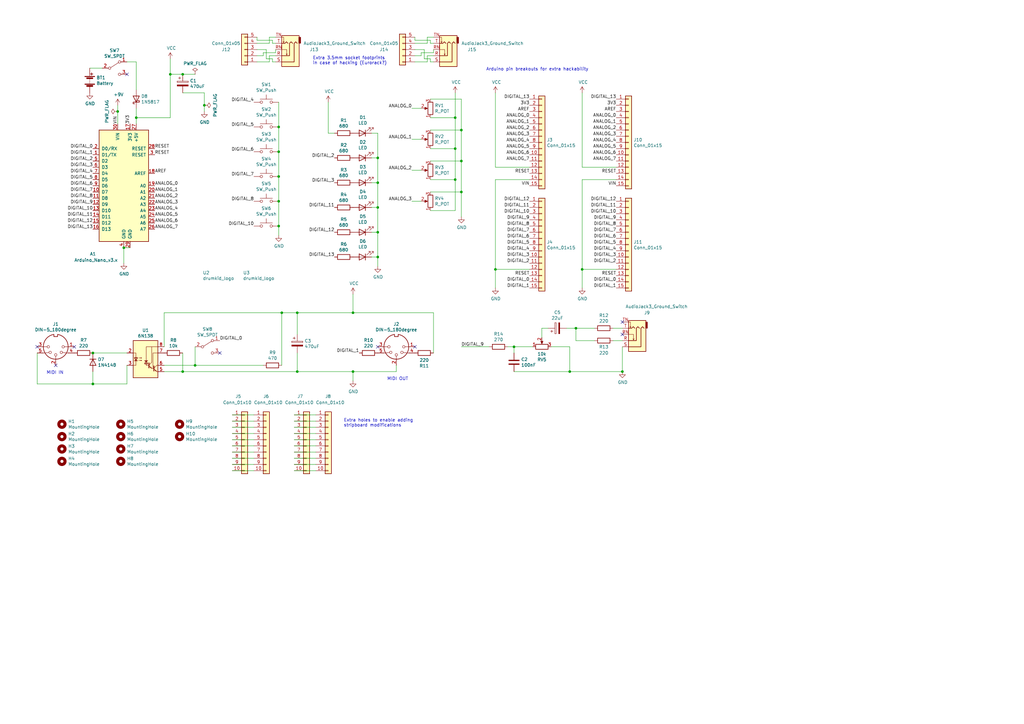
<source format=kicad_sch>
(kicad_sch (version 20211123) (generator eeschema)
  (paper "A3")
  (title_block (title "DrumKid") (rev "v14") (company "by Matt Bradshaw"))
  (lib_symbols
    (symbol "Connector:DIN-5_180degree" (pin_names (offset 1.016))
      (property "Reference" "J" (at 3.175 5.715 0))
      (property "Value" "DIN-5_180degree" (at 0 -6.35 0))
      (symbol "DIN-5_180degree_1_1"
        (pin passive line (at -7.62 0 0) (length 2.54) (name "~") (number "1"))
        (pin passive line (at 0 7.62 270) (length 2.54) (name "~") (number "2"))
        (pin passive line (at 7.62 0 180) (length 2.54) (name "~") (number "3"))
        (pin passive line (at -7.62 2.54 0) (length 2.54) (name "~") (number "4"))
        (pin passive line (at 7.62 2.54 180) (length 2.54) (name "~") (number "5"))
      )
    )
    (symbol "Connector_Generic:Conn_01x05" (pin_names (offset 1.016) hide)
      (property "Reference" "J" (at 0 7.62 0))
      (property "Value" "Conn_01x05" (at 0 -7.62 0))
      (symbol "Conn_01x05_1_1"
        (pin passive line (at -5.08 5.08 0) (length 3.81) (name "Pin_1") (number "1"))
        (pin passive line (at -5.08 2.54 0) (length 3.81) (name "Pin_2") (number "2"))
        (pin passive line (at -5.08 0 0) (length 3.81) (name "Pin_3") (number "3"))
        (pin passive line (at -5.08 -2.54 0) (length 3.81) (name "Pin_4") (number "4"))
        (pin passive line (at -5.08 -5.08 0) (length 3.81) (name "Pin_5") (number "5"))
      )
    )
    (symbol "Connector_Generic:Conn_01x10" (pin_names (offset 1.016) hide)
      (property "Reference" "J" (at 0 12.7 0))
      (property "Value" "Conn_01x10" (at 0 -15.24 0))
      (symbol "Conn_01x10_1_1"
        (pin passive line (at -5.08 10.16 0) (length 3.81) (name "Pin_1") (number "1"))
        (pin passive line (at -5.08 -12.7 0) (length 3.81) (name "Pin_10") (number "10"))
        (pin passive line (at -5.08 7.62 0) (length 3.81) (name "Pin_2") (number "2"))
        (pin passive line (at -5.08 5.08 0) (length 3.81) (name "Pin_3") (number "3"))
        (pin passive line (at -5.08 2.54 0) (length 3.81) (name "Pin_4") (number "4"))
        (pin passive line (at -5.08 0 0) (length 3.81) (name "Pin_5") (number "5"))
        (pin passive line (at -5.08 -2.54 0) (length 3.81) (name "Pin_6") (number "6"))
        (pin passive line (at -5.08 -5.08 0) (length 3.81) (name "Pin_7") (number "7"))
        (pin passive line (at -5.08 -7.62 0) (length 3.81) (name "Pin_8") (number "8"))
        (pin passive line (at -5.08 -10.16 0) (length 3.81) (name "Pin_9") (number "9"))
      )
    )
    (symbol "Connector_Generic:Conn_01x15" (pin_names (offset 1.016) hide)
      (property "Reference" "J" (at 0 20.32 0))
      (property "Value" "Conn_01x15" (at 0 -20.32 0))
      (symbol "Conn_01x15_1_1"
        (pin passive line (at -5.08 17.78 0) (length 3.81) (name "Pin_1") (number "1"))
        (pin passive line (at -5.08 -5.08 0) (length 3.81) (name "Pin_10") (number "10"))
        (pin passive line (at -5.08 -7.62 0) (length 3.81) (name "Pin_11") (number "11"))
        (pin passive line (at -5.08 -10.16 0) (length 3.81) (name "Pin_12") (number "12"))
        (pin passive line (at -5.08 -12.7 0) (length 3.81) (name "Pin_13") (number "13"))
        (pin passive line (at -5.08 -15.24 0) (length 3.81) (name "Pin_14") (number "14"))
        (pin passive line (at -5.08 -17.78 0) (length 3.81) (name "Pin_15") (number "15"))
        (pin passive line (at -5.08 15.24 0) (length 3.81) (name "Pin_2") (number "2"))
        (pin passive line (at -5.08 12.7 0) (length 3.81) (name "Pin_3") (number "3"))
        (pin passive line (at -5.08 10.16 0) (length 3.81) (name "Pin_4") (number "4"))
        (pin passive line (at -5.08 7.62 0) (length 3.81) (name "Pin_5") (number "5"))
        (pin passive line (at -5.08 5.08 0) (length 3.81) (name "Pin_6") (number "6"))
        (pin passive line (at -5.08 2.54 0) (length 3.81) (name "Pin_7") (number "7"))
        (pin passive line (at -5.08 0 0) (length 3.81) (name "Pin_8") (number "8"))
        (pin passive line (at -5.08 -2.54 0) (length 3.81) (name "Pin_9") (number "9"))
      )
    )
    (symbol "Device:Battery" (pin_numbers hide) (pin_names (offset 0) hide)
      (property "Reference" "BT" (at 2.54 2.54 0))
      (property "Value" "Battery" (at 2.54 0 0))
      (symbol "Battery_1_1"
        (pin passive line (at 0 5.08 270) (length 2.54) (name "+") (number "1"))
        (pin passive line (at 0 -5.08 90) (length 2.54) (name "-") (number "2"))
      )
    )
    (symbol "Device:C" (pin_numbers hide) (pin_names (offset 0.254))
      (property "Reference" "C" (at 0.635 2.54 0))
      (property "Value" "C" (at 0.635 -2.54 0))
      (symbol "C_1_1"
        (pin passive line (at 0 3.81 270) (length 2.794) (name "~") (number "1"))
        (pin passive line (at 0 -3.81 90) (length 2.794) (name "~") (number "2"))
      )
    )
    (symbol "Device:CP" (pin_numbers hide) (pin_names (offset 0.254))
      (property "Reference" "C" (at 0.635 2.54 0))
      (property "Value" "Device_CP" (at 0.635 -2.54 0))
      (symbol "CP_1_1"
        (pin passive line (at 0 3.81 270) (length 2.794) (name "~") (number "1"))
        (pin passive line (at 0 -3.81 90) (length 2.794) (name "~") (number "2"))
      )
    )
    (symbol "Device:LED" (pin_numbers hide) (pin_names (offset 1.016) hide)
      (property "Reference" "D" (at 0 2.54 0))
      (property "Value" "LED" (at 0 -2.54 0))
      (symbol "LED_1_1"
        (pin passive line (at -3.81 0 0) (length 2.54) (name "K") (number "1"))
        (pin passive line (at 3.81 0 180) (length 2.54) (name "A") (number "2"))
      )
    )
    (symbol "Device:R" (pin_numbers hide) (pin_names (offset 0))
      (property "Reference" "R" (at 2.032 0 90))
      (property "Value" "R" (at 0 0 90))
      (symbol "R_1_1"
        (pin passive line (at 0 3.81 270) (length 1.27) (name "~") (number "1"))
        (pin passive line (at 0 -3.81 90) (length 1.27) (name "~") (number "2"))
      )
    )
    (symbol "Device:R_POT" (pin_names (offset 1.016) hide)
      (property "Reference" "RV" (at -4.445 0 90))
      (property "Value" "Device_R_POT" (at -2.54 0 90))
      (symbol "R_POT_1_1"
        (pin passive line (at 0 3.81 270) (length 1.27) (name "1") (number "1"))
        (pin passive line (at 3.81 0 180) (length 1.27) (name "2") (number "2"))
        (pin passive line (at 0 -3.81 90) (length 1.27) (name "3") (number "3"))
      )
    )
    (symbol "Diode:1N4148" (pin_numbers hide) (pin_names (offset 1.016) hide)
      (property "Reference" "D" (at 0 2.54 0))
      (property "Value" "1N4148" (at 0 -2.54 0))
      (symbol "1N4148_1_1"
        (pin passive line (at -3.81 0 0) (length 2.54) (name "K") (number "1"))
        (pin passive line (at 3.81 0 180) (length 2.54) (name "A") (number "2"))
      )
    )
    (symbol "Diode:1N5817" (pin_numbers hide) (pin_names (offset 1.016) hide)
      (property "Reference" "D" (at 0 2.54 0))
      (property "Value" "1N5817" (at 0 -2.54 0))
      (symbol "1N5817_1_1"
        (pin passive line (at -3.81 0 0) (length 2.54) (name "K") (number "1"))
        (pin passive line (at 3.81 0 180) (length 2.54) (name "A") (number "2"))
      )
    )
    (symbol "Isolator:6N138" (pin_names (offset 1.016) hide)
      (property "Reference" "U" (at -4.064 8.89 0))
      (property "Value" "6N138" (at 2.286 8.89 0))
      (symbol "6N138_1_1"
        (pin no_connect line (at -5.08 5.08 0) (length 2.54) hide (name "NC") (number "1"))
        (pin passive line (at -7.62 2.54 0) (length 2.54) (name "C1") (number "2"))
        (pin passive line (at -7.62 -2.54 0) (length 2.54) (name "C2") (number "3"))
        (pin no_connect line (at -5.08 -5.08 0) (length 2.54) hide (name "NC") (number "4"))
        (pin passive line (at 7.62 -5.08 180) (length 2.54) (name "GND") (number "5"))
        (pin passive line (at 7.62 -2.54 180) (length 2.54) (name "VO2") (number "6"))
        (pin passive line (at 7.62 2.54 180) (length 2.54) (name "VO1") (number "7"))
        (pin passive line (at 7.62 5.08 180) (length 2.54) (name "VCC") (number "8"))
      )
    )
    (symbol "MCU_RaspberryPi_and_Boards:Pico"
      (property "Reference" "U" (at -13.97 27.94 0))
      (property "Value" "Pico" (at 0 19.05 0))
      (symbol "Pico_0_0"
        (text "Raspberry Pi Pico" (at 0 21.59 0) (effects (font (size 1.27 1.27))))
      )
      (symbol "Pico_1_1"
        (pin bidirectional line (at -17.78 24.13 0) (length 2.54) (name "GPIO0") (number "1"))
        (pin bidirectional line (at -17.78 1.27 0) (length 2.54) (name "GPIO7") (number "10"))
        (pin bidirectional line (at -17.78 -1.27 0) (length 2.54) (name "GPIO8") (number "11"))
        (pin bidirectional line (at -17.78 -3.81 0) (length 2.54) (name "GPIO9") (number "12"))
        (pin power_in line (at -17.78 -6.35 0) (length 2.54) (name "GND") (number "13"))
        (pin bidirectional line (at -17.78 -8.89 0) (length 2.54) (name "GPIO10") (number "14"))
        (pin bidirectional line (at -17.78 -11.43 0) (length 2.54) (name "GPIO11") (number "15"))
        (pin bidirectional line (at -17.78 -13.97 0) (length 2.54) (name "GPIO12") (number "16"))
        (pin bidirectional line (at -17.78 -16.51 0) (length 2.54) (name "GPIO13") (number "17"))
        (pin power_in line (at -17.78 -19.05 0) (length 2.54) (name "GND") (number "18"))
        (pin bidirectional line (at -17.78 -21.59 0) (length 2.54) (name "GPIO14") (number "19"))
        (pin bidirectional line (at -17.78 21.59 0) (length 2.54) (name "GPIO1") (number "2"))
        (pin bidirectional line (at -17.78 -24.13 0) (length 2.54) (name "GPIO15") (number "20"))
        (pin bidirectional line (at 17.78 -24.13 180) (length 2.54) (name "GPIO16") (number "21"))
        (pin bidirectional line (at 17.78 -21.59 180) (length 2.54) (name "GPIO17") (number "22"))
        (pin power_in line (at 17.78 -19.05 180) (length 2.54) (name "GND") (number "23"))
        (pin bidirectional line (at 17.78 -16.51 180) (length 2.54) (name "GPIO18") (number "24"))
        (pin bidirectional line (at 17.78 -13.97 180) (length 2.54) (name "GPIO19") (number "25"))
        (pin bidirectional line (at 17.78 -11.43 180) (length 2.54) (name "GPIO20") (number "26"))
        (pin bidirectional line (at 17.78 -8.89 180) (length 2.54) (name "GPIO21") (number "27"))
        (pin power_in line (at 17.78 -6.35 180) (length 2.54) (name "GND") (number "28"))
        (pin bidirectional line (at 17.78 -3.81 180) (length 2.54) (name "GPIO22") (number "29"))
        (pin power_in line (at -17.78 19.05 0) (length 2.54) (name "GND") (number "3"))
        (pin input line (at 17.78 -1.27 180) (length 2.54) (name "RUN") (number "30"))
        (pin bidirectional line (at 17.78 1.27 180) (length 2.54) (name "GPIO26_ADC0") (number "31"))
        (pin bidirectional line (at 17.78 3.81 180) (length 2.54) (name "GPIO27_ADC1") (number "32"))
        (pin power_in line (at 17.78 6.35 180) (length 2.54) (name "AGND") (number "33"))
        (pin bidirectional line (at 17.78 8.89 180) (length 2.54) (name "GPIO28_ADC2") (number "34"))
        (pin power_in line (at 17.78 11.43 180) (length 2.54) (name "ADC_VREF") (number "35"))
        (pin power_in line (at 17.78 13.97 180) (length 2.54) (name "3V3") (number "36"))
        (pin input line (at 17.78 16.51 180) (length 2.54) (name "3V3_EN") (number "37"))
        (pin bidirectional line (at 17.78 19.05 180) (length 2.54) (name "GND") (number "38"))
        (pin power_in line (at 17.78 21.59 180) (length 2.54) (name "VSYS") (number "39"))
        (pin bidirectional line (at -17.78 16.51 0) (length 2.54) (name "GPIO2") (number "4"))
        (pin power_in line (at 17.78 24.13 180) (length 2.54) (name "VBUS") (number "40"))
        (pin input line (at -2.54 -29.21 90) (length 2.54) (name "SWCLK") (number "41"))
        (pin power_in line (at 0 -29.21 90) (length 2.54) (name "GND") (number "42"))
        (pin bidirectional line (at 2.54 -29.21 90) (length 2.54) (name "SWDIO") (number "43"))
        (pin bidirectional line (at -17.78 13.97 0) (length 2.54) (name "GPIO3") (number "5"))
        (pin bidirectional line (at -17.78 11.43 0) (length 2.54) (name "GPIO4") (number "6"))
        (pin bidirectional line (at -17.78 8.89 0) (length 2.54) (name "GPIO5") (number "7"))
        (pin power_in line (at -17.78 6.35 0) (length 2.54) (name "GND") (number "8"))
        (pin bidirectional line (at -17.78 3.81 0) (length 2.54) (name "GPIO6") (number "9"))
      )
    )
    (symbol "Mechanical:MountingHole" (pin_names (offset 1.016))
      (property "Reference" "H" (at 0 5.08 0))
      (property "Value" "MountingHole" (at 0 3.175 0))
    )
    (symbol "Switch:SW_Push" (pin_numbers hide) (pin_names (offset 1.016) hide)
      (property "Reference" "SW" (at 1.27 2.54 0))
      (property "Value" "SW_Push" (at 0 -1.524 0))
      (symbol "SW_Push_0_1"
        (pin passive line (at -5.08 0 0) (length 2.54) (name "1") (number "1"))
        (pin passive line (at 5.08 0 180) (length 2.54) (name "2") (number "2"))
      )
    )
    (symbol "Switch:SW_SPDT" (pin_names (offset 0) hide)
      (property "Reference" "SW" (at 0 4.318 0))
      (property "Value" "SW_SPDT" (at 0 -5.08 0))
      (symbol "SW_SPDT_1_1"
        (pin passive line (at 5.08 2.54 180) (length 2.54) (name "A") (number "1"))
        (pin passive line (at -5.08 0 0) (length 2.54) (name "B") (number "2"))
        (pin passive line (at 5.08 -2.54 180) (length 2.54) (name "C") (number "3"))
      )
    )
    (symbol "arduino_nano_v3.x:Arduino_Nano_v3.x" (pin_names (offset 1.016))
      (property "Reference" "A" (at -5.08 26.035 0))
      (property "Value" "Arduino_Nano_v3.x" (at -5.08 24.13 0))
      (symbol "Arduino_Nano_v3.x_1_1"
        (pin bidirectional line (at -12.7 12.7 0) (length 2.54) (name "D1/TX") (number "1"))
        (pin bidirectional line (at -12.7 -2.54 0) (length 2.54) (name "D7") (number "10"))
        (pin bidirectional line (at -12.7 -5.08 0) (length 2.54) (name "D8") (number "11"))
        (pin bidirectional line (at -12.7 -7.62 0) (length 2.54) (name "D9") (number "12"))
        (pin bidirectional line (at -12.7 -10.16 0) (length 2.54) (name "D10") (number "13"))
        (pin bidirectional line (at -12.7 -12.7 0) (length 2.54) (name "D11") (number "14"))
        (pin bidirectional line (at -12.7 -15.24 0) (length 2.54) (name "D12") (number "15"))
        (pin bidirectional line (at -12.7 -17.78 0) (length 2.54) (name "D13") (number "16"))
        (pin power_out line (at 2.54 25.4 270) (length 2.54) (name "3V3") (number "17"))
        (pin input line (at 12.7 5.08 180) (length 2.54) (name "AREF") (number "18"))
        (pin bidirectional line (at 12.7 0 180) (length 2.54) (name "A0") (number "19"))
        (pin bidirectional line (at -12.7 15.24 0) (length 2.54) (name "D0/RX") (number "2"))
        (pin bidirectional line (at 12.7 -2.54 180) (length 2.54) (name "A1") (number "20"))
        (pin bidirectional line (at 12.7 -5.08 180) (length 2.54) (name "A2") (number "21"))
        (pin bidirectional line (at 12.7 -7.62 180) (length 2.54) (name "A3") (number "22"))
        (pin bidirectional line (at 12.7 -10.16 180) (length 2.54) (name "A4") (number "23"))
        (pin bidirectional line (at 12.7 -12.7 180) (length 2.54) (name "A5") (number "24"))
        (pin bidirectional line (at 12.7 -15.24 180) (length 2.54) (name "A6") (number "25"))
        (pin bidirectional line (at 12.7 -17.78 180) (length 2.54) (name "A7") (number "26"))
        (pin bidirectional line (at 5.08 25.4 270) (length 2.54) (name "+5V") (number "27"))
        (pin input line (at 12.7 15.24 180) (length 2.54) (name "RESET") (number "28"))
        (pin power_in line (at 2.54 -25.4 90) (length 2.54) (name "GND") (number "29"))
        (pin input line (at 12.7 12.7 180) (length 2.54) (name "RESET") (number "3"))
        (pin power_in line (at -2.54 25.4 270) (length 2.54) (name "VIN") (number "30"))
        (pin power_in line (at 0 -25.4 90) (length 2.54) (name "GND") (number "4"))
        (pin bidirectional line (at -12.7 10.16 0) (length 2.54) (name "D2") (number "5"))
        (pin bidirectional line (at -12.7 7.62 0) (length 2.54) (name "D3") (number "6"))
        (pin bidirectional line (at -12.7 5.08 0) (length 2.54) (name "D4") (number "7"))
        (pin bidirectional line (at -12.7 2.54 0) (length 2.54) (name "D5") (number "8"))
        (pin bidirectional line (at -12.7 0 0) (length 2.54) (name "D6") (number "9"))
      )
    )
    (symbol "drumkid-rescue:AudioJack3_Ground_Switch-Connector" (pin_names (offset 1.016))
      (property "Reference" "J" (at 0 8.89 0))
      (property "Value" "AudioJack3_Ground_Switch-Connector" (at 0 6.35 0))
      (symbol "AudioJack3_Ground_Switch-Connector_1_1"
        (pin passive line (at 5.08 0 180) (length 2.54) (name "~") (number "R"))
        (pin passive line (at 5.08 -2.54 180) (length 2.54) (name "~") (number "RN"))
        (pin passive line (at 5.08 2.54 180) (length 2.54) (name "~") (number "S"))
        (pin passive line (at 5.08 -5.08 180) (length 2.54) (name "~") (number "T"))
        (pin passive line (at 5.08 -7.62 180) (length 2.54) (name "~") (number "TN"))
      )
    )
    (symbol "drumkidcustom:drumkid_logo" (pin_numbers hide) (pin_names (offset 0) hide)
      (property "Reference" "U" (at 0 0 0))
      (property "Value" "drumkid_logo" (at 0 -2.54 0))
    )
    (symbol "power:+9V" (power) (pin_names (offset 0))
      (property "Value" "+9V" (at 0 3.556 0))
      (symbol "+9V_1_1"
        (pin power_in line (at 0 0 90) (length 0) hide (name "+9V") (number "1"))
      )
    )
    (symbol "power:GND" (power) (pin_names (offset 0))
      (property "Value" "GND" (at 0 -3.81 0))
      (symbol "GND_1_1"
        (pin power_in line (at 0 0 270) (length 0) hide (name "GND") (number "1"))
      )
    )
    (symbol "power:PWR_FLAG" (power) (pin_numbers hide) (pin_names (offset 0) hide)
      (property "Value" "PWR_FLAG" (at 0 3.81 0))
      (symbol "PWR_FLAG_0_0"
        (pin power_out line (at 0 0 90) (length 0) (name "pwr") (number "1"))
      )
    )
    (symbol "power:VCC" (power) (pin_names (offset 0))
      (property "Value" "VCC" (at 0 3.81 0))
      (symbol "VCC_1_1"
        (pin power_in line (at 0 0 90) (length 0) hide (name "VCC") (number "1"))
      )
    )
  )
  (junction (at 189.23 53.34))
  (junction (at 233.68 152.4))
  (junction (at 186.69 73.66))
  (junction (at 114.3 82.55))
  (junction (at 115.57 128.27))
  (junction (at 210.82 142.24))
  (junction (at 48.26 45.72))
  (junction (at 50.8 101.6))
  (junction (at 38.1 157.48))
  (junction (at 255.27 152.4))
  (junction (at 114.3 62.23))
  (junction (at 114.3 92.71))
  (junction (at 154.94 95.25))
  (junction (at 238.76 110.49))
  (junction (at 55.88 48.26))
  (junction (at 74.93 152.4))
  (junction (at 114.3 72.39))
  (junction (at 203.2 110.49))
  (junction (at 236.22 134.62))
  (junction (at 144.78 128.27))
  (junction (at 38.1 144.78))
  (junction (at 80.01 149.86))
  (junction (at 114.3 52.07))
  (junction (at 154.94 105.41))
  (junction (at 186.69 48.26))
  (junction (at 144.78 152.4))
  (junction (at 154.94 64.77))
  (junction (at 121.92 128.27))
  (junction (at 74.93 30.48))
  (junction (at 186.69 60.96))
  (junction (at 121.92 152.4))
  (junction (at 189.23 66.04))
  (junction (at 189.23 78.74))
  (junction (at 83.82 43.18))
  (junction (at 154.94 74.93))
  (junction (at 154.94 85.09))
  (junction (at 69.85 30.48))
  (no_connect (at 22.86 149.86))
  (no_connect (at 52.07 30.48))
  (no_connect (at 170.18 142.24))
  (no_connect (at 255.27 137.16))
  (no_connect (at 90.17 144.78))
  (no_connect (at 154.94 142.24))
  (no_connect (at 255.27 132.08))
  (no_connect (at 15.24 142.24))
  (no_connect (at 30.48 142.24))
  (wire (pts (xy 232.41 134.62) (xy 236.22 134.62)))
  (wire (pts (xy 110.49 25.4) (xy 110.49 22.86)))
  (wire (pts (xy 168.91 44.45) (xy 172.72 44.45)))
  (wire (pts (xy 152.4 95.25) (xy 154.94 95.25)))
  (wire (pts (xy 110.49 17.78) (xy 110.49 15.24)))
  (wire (pts (xy 114.3 72.39) (xy 114.3 82.55)))
  (wire (pts (xy 175.26 17.78) (xy 175.26 15.24)))
  (wire (pts (xy 170.18 17.78) (xy 175.26 17.78)))
  (wire (pts (xy 252.73 110.49) (xy 238.76 110.49)))
  (wire (pts (xy 176.53 78.74) (xy 189.23 78.74)))
  (wire (pts (xy 67.31 152.4) (xy 74.93 152.4)))
  (wire (pts (xy 111.76 24.13) (xy 109.22 24.13)))
  (wire (pts (xy 176.53 86.36) (xy 186.69 86.36)))
  (wire (pts (xy 121.92 144.78) (xy 121.92 152.4)))
  (wire (pts (xy 177.8 128.27) (xy 144.78 128.27)))
  (wire (pts (xy 186.69 48.26) (xy 186.69 60.96)))
  (wire (pts (xy 255.27 142.24) (xy 255.27 152.4)))
  (wire (pts (xy 120.65 175.26) (xy 129.54 175.26)))
  (wire (pts (xy 168.91 82.55) (xy 172.72 82.55)))
  (wire (pts (xy 176.53 40.64) (xy 189.23 40.64)))
  (wire (pts (xy 121.92 137.16) (xy 121.92 128.27)))
  (wire (pts (xy 176.53 66.04) (xy 189.23 66.04)))
  (wire (pts (xy 114.3 41.91) (xy 114.3 52.07)))
  (wire (pts (xy 36.83 27.94) (xy 41.91 27.94)))
  (wire (pts (xy 189.23 78.74) (xy 189.23 88.9)))
  (wire (pts (xy 69.85 30.48) (xy 69.85 24.13)))
  (wire (pts (xy 177.8 144.78) (xy 177.8 128.27)))
  (wire (pts (xy 83.82 38.1) (xy 83.82 43.18)))
  (wire (pts (xy 251.46 139.7) (xy 255.27 139.7)))
  (wire (pts (xy 238.76 68.58) (xy 252.73 68.58)))
  (wire (pts (xy 38.1 144.78) (xy 52.07 144.78)))
  (wire (pts (xy 168.91 57.15) (xy 172.72 57.15)))
  (wire (pts (xy 120.65 177.8) (xy 129.54 177.8)))
  (wire (pts (xy 154.94 64.77) (xy 154.94 74.93)))
  (wire (pts (xy 154.94 85.09) (xy 154.94 95.25)))
  (wire (pts (xy 121.92 128.27) (xy 144.78 128.27)))
  (wire (pts (xy 217.17 73.66) (xy 203.2 73.66)))
  (wire (pts (xy 113.03 21.59) (xy 113.03 20.32)))
  (wire (pts (xy 55.88 25.4) (xy 55.88 36.83)))
  (wire (pts (xy 38.1 157.48) (xy 38.1 152.4)))
  (wire (pts (xy 55.88 48.26) (xy 69.85 48.26)))
  (wire (pts (xy 114.3 92.71) (xy 114.3 96.52)))
  (wire (pts (xy 152.4 74.93) (xy 154.94 74.93)))
  (wire (pts (xy 69.85 30.48) (xy 74.93 30.48)))
  (wire (pts (xy 107.95 21.59) (xy 113.03 21.59)))
  (wire (pts (xy 120.65 185.42) (xy 129.54 185.42)))
  (wire (pts (xy 238.76 38.1) (xy 238.76 68.58)))
  (wire (pts (xy 55.88 48.26) (xy 55.88 44.45)))
  (wire (pts (xy 251.46 134.62) (xy 255.27 134.62)))
  (wire (pts (xy 172.72 22.86) (xy 172.72 21.59)))
  (wire (pts (xy 111.76 17.78) (xy 111.76 16.51)))
  (wire (pts (xy 176.53 73.66) (xy 186.69 73.66)))
  (wire (pts (xy 95.25 193.04) (xy 104.14 193.04)))
  (wire (pts (xy 189.23 78.74) (xy 189.23 66.04)))
  (wire (pts (xy 238.76 110.49) (xy 238.76 118.11)))
  (wire (pts (xy 15.24 157.48) (xy 38.1 157.48)))
  (wire (pts (xy 168.91 69.85) (xy 172.72 69.85)))
  (wire (pts (xy 236.22 134.62) (xy 236.22 139.7)))
  (wire (pts (xy 52.07 157.48) (xy 38.1 157.48)))
  (wire (pts (xy 105.41 22.86) (xy 107.95 22.86)))
  (wire (pts (xy 238.76 73.66) (xy 238.76 110.49)))
  (wire (pts (xy 173.99 20.32) (xy 170.18 20.32)))
  (wire (pts (xy 67.31 149.86) (xy 80.01 149.86)))
  (wire (pts (xy 152.4 54.61) (xy 154.94 54.61)))
  (wire (pts (xy 95.25 185.42) (xy 104.14 185.42)))
  (wire (pts (xy 222.25 134.62) (xy 224.79 134.62)))
  (wire (pts (xy 15.24 144.78) (xy 15.24 157.48)))
  (wire (pts (xy 175.26 22.86) (xy 177.8 22.86)))
  (wire (pts (xy 48.26 50.8) (xy 48.26 45.72)))
  (wire (pts (xy 226.06 142.24) (xy 233.68 142.24)))
  (wire (pts (xy 203.2 68.58) (xy 217.17 68.58)))
  (wire (pts (xy 162.56 152.4) (xy 162.56 149.86)))
  (wire (pts (xy 120.65 170.18) (xy 129.54 170.18)))
  (wire (pts (xy 52.07 149.86) (xy 52.07 157.48)))
  (wire (pts (xy 120.65 190.5) (xy 129.54 190.5)))
  (wire (pts (xy 80.01 142.24) (xy 80.01 149.86)))
  (wire (pts (xy 144.78 152.4) (xy 162.56 152.4)))
  (wire (pts (xy 154.94 95.25) (xy 154.94 105.41)))
  (wire (pts (xy 95.25 175.26) (xy 104.14 175.26)))
  (wire (pts (xy 170.18 22.86) (xy 172.72 22.86)))
  (wire (pts (xy 186.69 38.1) (xy 186.69 48.26)))
  (wire (pts (xy 110.49 15.24) (xy 113.03 15.24)))
  (wire (pts (xy 233.68 152.4) (xy 255.27 152.4)))
  (wire (pts (xy 189.23 142.24) (xy 200.66 142.24)))
  (wire (pts (xy 107.95 22.86) (xy 107.95 21.59)))
  (wire (pts (xy 186.69 48.26) (xy 176.53 48.26)))
  (wire (pts (xy 69.85 48.26) (xy 69.85 30.48)))
  (wire (pts (xy 95.25 182.88) (xy 104.14 182.88)))
  (wire (pts (xy 210.82 142.24) (xy 208.28 142.24)))
  (wire (pts (xy 218.44 142.24) (xy 210.82 142.24)))
  (wire (pts (xy 80.01 149.86) (xy 107.95 149.86)))
  (wire (pts (xy 114.3 82.55) (xy 114.3 92.71)))
  (wire (pts (xy 105.41 16.51) (xy 105.41 15.24)))
  (wire (pts (xy 154.94 105.41) (xy 152.4 105.41)))
  (wire (pts (xy 170.18 16.51) (xy 170.18 15.24)))
  (wire (pts (xy 203.2 110.49) (xy 203.2 118.11)))
  (wire (pts (xy 74.93 38.1) (xy 83.82 38.1)))
  (wire (pts (xy 95.25 172.72) (xy 104.14 172.72)))
  (wire (pts (xy 109.22 24.13) (xy 109.22 20.32)))
  (wire (pts (xy 111.76 25.4) (xy 113.03 25.4)))
  (wire (pts (xy 74.93 144.78) (xy 74.93 152.4)))
  (wire (pts (xy 110.49 22.86) (xy 113.03 22.86)))
  (wire (pts (xy 176.53 25.4) (xy 176.53 24.13)))
  (wire (pts (xy 144.78 120.65) (xy 144.78 128.27)))
  (wire (pts (xy 67.31 142.24) (xy 67.31 128.27)))
  (wire (pts (xy 217.17 110.49) (xy 203.2 110.49)))
  (wire (pts (xy 48.26 45.72) (xy 48.26 43.18)))
  (wire (pts (xy 210.82 144.78) (xy 210.82 142.24)))
  (wire (pts (xy 203.2 73.66) (xy 203.2 110.49)))
  (wire (pts (xy 111.76 25.4) (xy 111.76 24.13)))
  (wire (pts (xy 175.26 15.24) (xy 177.8 15.24)))
  (wire (pts (xy 50.8 101.6) (xy 50.8 107.95)))
  (wire (pts (xy 189.23 40.64) (xy 189.23 53.34)))
  (wire (pts (xy 105.41 17.78) (xy 110.49 17.78)))
  (wire (pts (xy 170.18 25.4) (xy 175.26 25.4)))
  (wire (pts (xy 121.92 152.4) (xy 144.78 152.4)))
  (wire (pts (xy 152.4 85.09) (xy 154.94 85.09)))
  (wire (pts (xy 236.22 139.7) (xy 243.84 139.7)))
  (wire (pts (xy 210.82 152.4) (xy 233.68 152.4)))
  (wire (pts (xy 67.31 128.27) (xy 115.57 128.27)))
  (wire (pts (xy 172.72 21.59) (xy 177.8 21.59)))
  (wire (pts (xy 152.4 64.77) (xy 154.94 64.77)))
  (wire (pts (xy 222.25 138.43) (xy 222.25 134.62)))
  (wire (pts (xy 186.69 73.66) (xy 186.69 60.96)))
  (wire (pts (xy 113.03 17.78) (xy 111.76 17.78)))
  (wire (pts (xy 74.93 30.48) (xy 80.01 30.48)))
  (wire (pts (xy 177.8 17.78) (xy 176.53 17.78)))
  (wire (pts (xy 186.69 60.96) (xy 176.53 60.96)))
  (wire (pts (xy 134.62 41.91) (xy 134.62 54.61)))
  (wire (pts (xy 110.49 25.4) (xy 105.41 25.4)))
  (wire (pts (xy 95.25 187.96) (xy 104.14 187.96)))
  (wire (pts (xy 115.57 128.27) (xy 121.92 128.27)))
  (wire (pts (xy 144.78 156.21) (xy 144.78 152.4)))
  (wire (pts (xy 111.76 16.51) (xy 105.41 16.51)))
  (wire (pts (xy 176.53 24.13) (xy 173.99 24.13)))
  (wire (pts (xy 120.65 182.88) (xy 129.54 182.88)))
  (wire (pts (xy 95.25 177.8) (xy 104.14 177.8)))
  (wire (pts (xy 154.94 109.22) (xy 154.94 105.41)))
  (wire (pts (xy 95.25 170.18) (xy 104.14 170.18)))
  (wire (pts (xy 55.88 50.8) (xy 55.88 48.26)))
  (wire (pts (xy 114.3 62.23) (xy 114.3 72.39)))
  (wire (pts (xy 203.2 38.1) (xy 203.2 68.58)))
  (wire (pts (xy 189.23 53.34) (xy 176.53 53.34)))
  (wire (pts (xy 186.69 86.36) (xy 186.69 73.66)))
  (wire (pts (xy 154.94 74.93) (xy 154.94 85.09)))
  (wire (pts (xy 115.57 149.86) (xy 115.57 128.27)))
  (wire (pts (xy 120.65 180.34) (xy 129.54 180.34)))
  (wire (pts (xy 114.3 52.07) (xy 114.3 62.23)))
  (wire (pts (xy 189.23 53.34) (xy 189.23 66.04)))
  (wire (pts (xy 83.82 43.18) (xy 83.82 45.72)))
  (wire (pts (xy 137.16 54.61) (xy 134.62 54.61)))
  (wire (pts (xy 177.8 21.59) (xy 177.8 20.32)))
  (wire (pts (xy 120.65 172.72) (xy 129.54 172.72)))
  (wire (pts (xy 176.53 16.51) (xy 170.18 16.51)))
  (wire (pts (xy 109.22 20.32) (xy 105.41 20.32)))
  (wire (pts (xy 176.53 17.78) (xy 176.53 16.51)))
  (wire (pts (xy 50.8 101.6) (xy 53.34 101.6)))
  (wire (pts (xy 175.26 25.4) (xy 175.26 22.86)))
  (wire (pts (xy 95.25 180.34) (xy 104.14 180.34)))
  (wire (pts (xy 120.65 193.04) (xy 129.54 193.04)))
  (wire (pts (xy 95.25 190.5) (xy 104.14 190.5)))
  (wire (pts (xy 236.22 134.62) (xy 243.84 134.62)))
  (wire (pts (xy 74.93 152.4) (xy 121.92 152.4)))
  (wire (pts (xy 55.88 25.4) (xy 52.07 25.4)))
  (wire (pts (xy 120.65 187.96) (xy 129.54 187.96)))
  (wire (pts (xy 233.68 142.24) (xy 233.68 152.4)))
  (wire (pts (xy 154.94 54.61) (xy 154.94 64.77)))
  (wire (pts (xy 173.99 24.13) (xy 173.99 20.32)))
  (wire (pts (xy 177.8 25.4) (xy 176.53 25.4)))
  (wire (pts (xy 252.73 73.66) (xy 238.76 73.66)))
  (text "MIDI IN" (at 19.05 153.67 0) (effects (font (size 1.27 1.27)) (justify left bottom)))
  (text "Extra 3.5mm socket footprints\nin case of hacking (Eurorack?)" (at 128.27 26.67 0) (effects (font (size 1.27 1.27)) (justify left bottom)))
  (text "Arduino pin breakouts for extra hackability" (at 199.39 29.21 0) (effects (font (size 1.27 1.27)) (justify left bottom)))
  (text "MIDI OUT" (at 158.75 156.21 0) (effects (font (size 1.27 1.27)) (justify left bottom)))
  (text "Extra holes to enable adding\nstripboard modifications" (at 140.97 175.26 0) (effects (font (size 1.27 1.27)) (justify left bottom)))
  (label "DIGITAL_6" (at 252.73 97.79 180))
  (label "DIGITAL_1" (at 217.17 118.11 180))
  (label "ANALOG_4" (at 217.17 58.42 180))
  (label "DIGITAL_11" (at 252.73 85.09 180))
  (label "ANALOG_3" (at 252.73 55.88 180))
  (label "DIGITAL_12" (at 217.17 82.55 180))
  (label "DIGITAL_0" (at 252.73 115.57 180))
  (label "DIGITAL_7" (at 38.1 78.74 180))
  (label "DIGITAL_8" (at 38.1 81.28 180))
  (label "DIGITAL_12" (at 137.16 95.25 180))
  (label "DIGITAL_8" (at 252.73 92.71 180))
  (label "ANALOG_2" (at 252.73 53.34 180))
  (label "3V3" (at 53.34 50.8 90))
  (label "ANALOG_0" (at 252.73 48.26 180))
  (label "ANALOG_0" (at 168.91 44.45 180))
  (label "ANALOG_6" (at 217.17 63.5 180))
  (label "DIGITAL_7" (at 252.73 95.25 180))
  (label "RESET" (at 63.5 63.5 0))
  (label "DIGITAL_13" (at 217.17 40.64 180))
  (label "RESET" (at 217.17 71.12 180))
  (label "ANALOG_6" (at 252.73 63.5 180))
  (label "DIGITAL_1" (at 38.1 63.5 180))
  (label "ANALOG_3" (at 217.17 55.88 180))
  (label "DIGITAL_2" (at 217.17 107.95 180))
  (label "DIGITAL_7" (at 217.17 95.25 180))
  (label "ANALOG_0" (at 217.17 48.26 180))
  (label "DIGITAL_3" (at 38.1 68.58 180))
  (label "DIGITAL_3" (at 252.73 105.41 180))
  (label "DIGITAL_3" (at 217.17 105.41 180))
  (label "ANALOG_5" (at 252.73 60.96 180))
  (label "DIGITAL_13" (at 38.1 93.98 180))
  (label "ANALOG_2" (at 217.17 53.34 180))
  (label "RESET" (at 252.73 71.12 180))
  (label "ANALOG_2" (at 168.91 69.85 180))
  (label "ANALOG_1" (at 63.5 78.74 0))
  (label "3V3" (at 217.17 43.18 180))
  (label "ANALOG_7" (at 217.17 66.04 180))
  (label "DIGITAL_3" (at 137.16 74.93 180))
  (label "ANALOG_1" (at 168.91 57.15 180))
  (label "DIGITAL_8" (at 104.14 82.55 180))
  (label "AREF" (at 63.5 71.12 0))
  (label "DIGITAL_5" (at 38.1 73.66 180))
  (label "DIGITAL_6" (at 217.17 97.79 180))
  (label "DIGITAL_4" (at 252.73 102.87 180))
  (label "ANALOG_6" (at 63.5 91.44 0))
  (label "ANALOG_1" (at 217.17 50.8 180))
  (label "ANALOG_5" (at 217.17 60.96 180))
  (label "RESET" (at 252.73 113.03 180))
  (label "DIGITAL_13" (at 252.73 40.64 180))
  (label "DIGITAL_5" (at 104.14 52.07 180))
  (label "DIGITAL_10" (at 252.73 87.63 180))
  (label "ANALOG_7" (at 252.73 66.04 180))
  (label "RESET" (at 63.5 60.96 0))
  (label "AREF" (at 217.17 45.72 180))
  (label "DIGITAL_5" (at 217.17 100.33 180))
  (label "DIGITAL_6" (at 104.14 62.23 180))
  (label "RESET" (at 217.17 113.03 180))
  (label "AREF" (at 252.73 45.72 180))
  (label "ANALOG_3" (at 63.5 83.82 0))
  (label "DIGITAL_5" (at 252.73 100.33 180))
  (label "DIGITAL_2" (at 38.1 66.04 180))
  (label "VIN" (at 217.17 76.2 180))
  (label "ANALOG_3" (at 168.91 82.55 180))
  (label "3V3" (at 252.73 43.18 180))
  (label "DIGITAL_9" (at 38.1 83.82 180))
  (label "DIGITAL_12" (at 252.73 82.55 180))
  (label "DIGITAL_0" (at 90.17 139.7 0))
  (label "DIGITAL_11" (at 137.16 85.09 180))
  (label "DIGITAL_8" (at 217.17 92.71 180))
  (label "DIGITAL_4" (at 38.1 71.12 180))
  (label "DIGITAL_2" (at 137.16 64.77 180))
  (label "DIGITAL_7" (at 104.14 72.39 180))
  (label "DIGITAL_0" (at 217.17 115.57 180))
  (label "DIGITAL_10" (at 217.17 87.63 180))
  (label "VIN" (at 48.26 50.8 90))
  (label "DIGITAL_1" (at 252.73 118.11 180))
  (label "ANALOG_7" (at 63.5 93.98 0))
  (label "DIGITAL_2" (at 252.73 107.95 180))
  (label "DIGITAL_12" (at 38.1 91.44 180))
  (label "DIGITAL_1" (at 147.32 144.78 180))
  (label "ANALOG_4" (at 252.73 58.42 180))
  (label "ANALOG_1" (at 252.73 50.8 180))
  (label "DIGITAL_0" (at 38.1 60.96 180))
  (label "DIGITAL_10" (at 38.1 86.36 180))
  (label "DIGITAL_10" (at 104.14 92.71 180))
  (label "DIGITAL_9" (at 189.23 142.24 0))
  (label "ANALOG_5" (at 63.5 88.9 0))
  (label "DIGITAL_11" (at 217.17 85.09 180))
  (label "DIGITAL_6" (at 38.1 76.2 180))
  (label "ANALOG_0" (at 63.5 76.2 0))
  (label "DIGITAL_13" (at 137.16 105.41 180))
  (label "DIGITAL_4" (at 217.17 102.87 180))
  (label "DIGITAL_11" (at 38.1 88.9 180))
  (label "ANALOG_2" (at 63.5 81.28 0))
  (label "VIN" (at 252.73 76.2 180))
  (label "ANALOG_4" (at 63.5 86.36 0))
  (label "DIGITAL_4" (at 104.14 41.91 180))
  (label "DIGITAL_9" (at 252.73 90.17 180))
  (label "DIGITAL_9" (at 217.17 90.17 180))
  (symbol (lib_id "Device:LED") (at 148.59 64.77 180) (unit 1)
    (property "Reference" "D2" (at 148.7932 58.293 0))
    (property "Value" "LED" (at 148.7932 60.6044 0))
    (property "Footprint" "drumkidcustom:LED_D5.0mm" (effects hide))
  )
  (symbol (lib_id "Device:R") (at 140.97 64.77 270) (unit 1)
    (property "Reference" "R2" (at 140.97 59.5122 90))
    (property "Value" "680" (at 140.97 61.8236 90))
    (property "Footprint" "Resistor_SMD:R_0805_2012Metric" (effects hide))
  )
  (symbol (lib_id "Device:Battery") (at 36.83 33.02 0) (unit 1)
    (property "Reference" "BT1" (at 39.5732 31.8516 0) (effects (justify left)))
    (property "Value" "Battery" (at 39.5732 34.163 0) (effects (justify left)))
    (property "Footprint" "Connector_Wire:SolderWirePad_1x02_P5.08mm_Drill1.5mm" (effects hide))
  )
  (symbol (lib_id "power:PWR_FLAG") (at 80.01 30.48 0) (unit 1)
    (property "Reference" "#FLG02" (effects hide))
    (property "Value" "PWR_FLAG" (at 80.01 26.0604 0))
  )
  (symbol (lib_id "Switch:SW_SPDT") (at 46.99 27.94 0) (unit 1)
    (property "Reference" "SW7" (at 46.99 20.701 0))
    (property "Value" "SW_SPDT" (at 46.99 23.0124 0))
    (property "Footprint" "drumkidcustom:EG1206" (effects hide))
  )
  (symbol (lib_id "Device:LED") (at 148.59 74.93 180) (unit 1)
    (property "Reference" "D3" (at 148.7932 68.453 0))
    (property "Value" "LED" (at 148.7932 70.7644 0))
    (property "Footprint" "drumkidcustom:LED_D5.0mm" (effects hide))
  )
  (symbol (lib_id "Device:LED") (at 148.59 85.09 180) (unit 1)
    (property "Reference" "D4" (at 148.7932 78.613 0))
    (property "Value" "LED" (at 148.7932 80.9244 0))
    (property "Footprint" "drumkidcustom:LED_D5.0mm" (effects hide))
  )
  (symbol (lib_id "Device:LED") (at 148.59 95.25 180) (unit 1)
    (property "Reference" "D5" (at 148.7932 88.773 0))
    (property "Value" "LED" (at 148.7932 91.0844 0))
    (property "Footprint" "drumkidcustom:LED_D5.0mm" (effects hide))
  )
  (symbol (lib_id "Device:LED") (at 148.59 105.41 180) (unit 1)
    (property "Reference" "D6" (at 148.7932 98.933 0))
    (property "Value" "LED" (at 148.7932 101.2444 0))
    (property "Footprint" "drumkidcustom:LED_D5.0mm" (effects hide))
  )
  (symbol (lib_id "Device:R") (at 140.97 74.93 270) (unit 1)
    (property "Reference" "R3" (at 140.97 69.6722 90))
    (property "Value" "680" (at 140.97 71.9836 90))
    (property "Footprint" "Resistor_SMD:R_0805_2012Metric" (effects hide))
  )
  (symbol (lib_id "Device:R") (at 140.97 85.09 270) (unit 1)
    (property "Reference" "R4" (at 140.97 79.8322 90))
    (property "Value" "680" (at 140.97 82.1436 90))
    (property "Footprint" "Resistor_SMD:R_0805_2012Metric" (effects hide))
  )
  (symbol (lib_id "Device:R") (at 140.97 95.25 270) (unit 1)
    (property "Reference" "R5" (at 140.97 89.9922 90))
    (property "Value" "680" (at 140.97 92.3036 90))
    (property "Footprint" "Resistor_SMD:R_0805_2012Metric" (effects hide))
  )
  (symbol (lib_id "Device:R") (at 140.97 105.41 270) (unit 1)
    (property "Reference" "R6" (at 140.97 100.1522 90))
    (property "Value" "680" (at 140.97 102.4636 90))
    (property "Footprint" "Resistor_SMD:R_0805_2012Metric" (effects hide))
  )
  (symbol (lib_id "Switch:SW_Push") (at 109.22 41.91 0) (unit 1)
    (property "Reference" "SW1" (at 109.22 34.671 0))
    (property "Value" "SW_Push" (at 109.22 36.9824 0))
    (property "Footprint" "drumkidcustom:SW_PUSH-12mm_Wuerth-430476085716" (effects hide))
  )
  (symbol (lib_id "Switch:SW_Push") (at 109.22 52.07 0) (unit 1)
    (property "Reference" "SW2" (at 109.22 44.831 0))
    (property "Value" "SW_Push" (at 109.22 47.1424 0))
    (property "Footprint" "drumkidcustom:SW_PUSH-12mm_Wuerth-430476085716" (effects hide))
  )
  (symbol (lib_id "Switch:SW_Push") (at 109.22 62.23 0) (unit 1)
    (property "Reference" "SW3" (at 109.22 54.991 0))
    (property "Value" "SW_Push" (at 109.22 57.3024 0))
    (property "Footprint" "drumkidcustom:SW_PUSH-12mm_Wuerth-430476085716" (effects hide))
  )
  (symbol (lib_id "Switch:SW_Push") (at 109.22 72.39 0) (unit 1)
    (property "Reference" "SW4" (at 109.22 65.151 0))
    (property "Value" "SW_Push" (at 109.22 67.4624 0))
    (property "Footprint" "drumkidcustom:SW_PUSH-12mm_Wuerth-430476085716" (effects hide))
  )
  (symbol (lib_id "Switch:SW_Push") (at 109.22 82.55 0) (unit 1)
    (property "Reference" "SW5" (at 109.22 75.311 0))
    (property "Value" "SW_Push" (at 109.22 77.6224 0))
    (property "Footprint" "drumkidcustom:SW_PUSH-12mm_Wuerth-430476085716" (effects hide))
  )
  (symbol (lib_id "power:GND") (at 154.94 109.22 0) (unit 1)
    (property "Reference" "#PWR011" (effects hide))
    (property "Value" "GND" (at 155.067 113.6142 0))
  )
  (symbol (lib_id "Device:R_POT") (at 176.53 44.45 180) (unit 1)
    (property "Reference" "RV1" (at 178.308 43.2816 0) (effects (justify right)))
    (property "Value" "R_POT" (at 178.308 45.593 0) (effects (justify right)))
    (property "Footprint" "drumkidcustom:Potentiometer_Alps_RK09K_Single_Vertical" (effects hide))
  )
  (symbol (lib_id "Device:R_POT") (at 176.53 57.15 180) (unit 1)
    (property "Reference" "RV2" (at 178.308 55.9816 0) (effects (justify right)))
    (property "Value" "R_POT" (at 178.308 58.293 0) (effects (justify right)))
    (property "Footprint" "drumkidcustom:Potentiometer_Alps_RK09K_Single_Vertical" (effects hide))
  )
  (symbol (lib_id "Device:R_POT") (at 176.53 69.85 180) (unit 1)
    (property "Reference" "RV3" (at 178.308 68.6816 0) (effects (justify right)))
    (property "Value" "R_POT" (at 178.308 70.993 0) (effects (justify right)))
    (property "Footprint" "drumkidcustom:Potentiometer_Alps_RK09K_Single_Vertical" (effects hide))
  )
  (symbol (lib_id "power:GND") (at 189.23 88.9 0) (unit 1)
    (property "Reference" "#PWR012" (effects hide))
    (property "Value" "GND" (at 189.357 93.2942 0))
  )
  (symbol (lib_id "drumkid-rescue:AudioJack3_Ground_Switch-Connector") (at 260.35 139.7 180) (unit 1)
    (property "Reference" "J9" (at 264.16 128.27 0) (effects (justify right)))
    (property "Value" "AudioJack3_Ground_Switch" (at 256.54 125.73 0) (effects (justify right)))
    (property "Footprint" "drumkidcustom:Tayda_3.5mm_stereo_TRS_jack_A-853" (effects hide))
  )
  (symbol (lib_id "Device:R_POT") (at 222.25 142.24 90) (unit 1)
    (property "Reference" "RV5" (at 222.25 147.4978 90))
    (property "Value" "10k" (at 222.25 145.1864 90))
    (property "Footprint" "drumkidcustom:Potentiometer_Alps_RK09K_Single_Vertical" (effects hide))
  )
  (symbol (lib_id "Switch:SW_Push") (at 109.22 92.71 0) (unit 1)
    (property "Reference" "SW6" (at 109.22 85.471 0))
    (property "Value" "SW_Push" (at 109.22 87.7824 0))
    (property "Footprint" "drumkidcustom:SW_PUSH-12mm_Wuerth-430476085716" (effects hide))
  )
  (symbol (lib_id "Device:R_POT") (at 176.53 82.55 180) (unit 1)
    (property "Reference" "RV4" (at 178.308 81.3816 0) (effects (justify right)))
    (property "Value" "R_POT" (at 178.308 83.693 0) (effects (justify right)))
    (property "Footprint" "drumkidcustom:Potentiometer_Alps_RK09K_Single_Vertical" (effects hide))
  )
  (symbol (lib_id "Mechanical:MountingHole") (at 25.4 173.99 0) (unit 1)
    (property "Reference" "H1" (at 27.94 172.8216 0) (effects (justify left)))
    (property "Value" "MountingHole" (at 27.94 175.133 0) (effects (justify left)))
    (property "Footprint" "drumkidcustom:MountingHole_3.2mm_M3" (effects hide))
  )
  (symbol (lib_id "Mechanical:MountingHole") (at 25.4 179.07 0) (unit 1)
    (property "Reference" "H2" (at 27.94 177.9016 0) (effects (justify left)))
    (property "Value" "MountingHole" (at 27.94 180.213 0) (effects (justify left)))
    (property "Footprint" "drumkidcustom:MountingHole_3.2mm_M3" (effects hide))
  )
  (symbol (lib_id "Mechanical:MountingHole") (at 25.4 184.15 0) (unit 1)
    (property "Reference" "H3" (at 27.94 182.9816 0) (effects (justify left)))
    (property "Value" "MountingHole" (at 27.94 185.293 0) (effects (justify left)))
    (property "Footprint" "drumkidcustom:MountingHole_3.2mm_M3" (effects hide))
  )
  (symbol (lib_id "Mechanical:MountingHole") (at 25.4 189.23 0) (unit 1)
    (property "Reference" "H4" (at 27.94 188.0616 0) (effects (justify left)))
    (property "Value" "MountingHole" (at 27.94 190.373 0) (effects (justify left)))
    (property "Footprint" "drumkidcustom:MountingHole_3.2mm_M3" (effects hide))
  )
  (symbol (lib_id "Mechanical:MountingHole") (at 49.53 173.99 0) (unit 1)
    (property "Reference" "H5" (at 52.07 172.8216 0) (effects (justify left)))
    (property "Value" "MountingHole" (at 52.07 175.133 0) (effects (justify left)))
    (property "Footprint" "drumkidcustom:MountingHole_3.2mm_M3" (effects hide))
  )
  (symbol (lib_id "Mechanical:MountingHole") (at 49.53 179.07 0) (unit 1)
    (property "Reference" "H6" (at 52.07 177.9016 0) (effects (justify left)))
    (property "Value" "MountingHole" (at 52.07 180.213 0) (effects (justify left)))
    (property "Footprint" "drumkidcustom:MountingHole_3.2mm_M3" (effects hide))
  )
  (symbol (lib_id "Mechanical:MountingHole") (at 49.53 184.15 0) (unit 1)
    (property "Reference" "H7" (at 52.07 182.9816 0) (effects (justify left)))
    (property "Value" "MountingHole" (at 52.07 185.293 0) (effects (justify left)))
    (property "Footprint" "drumkidcustom:MountingHole_3.2mm_M3" (effects hide))
  )
  (symbol (lib_id "Mechanical:MountingHole") (at 49.53 189.23 0) (unit 1)
    (property "Reference" "H8" (at 52.07 188.0616 0) (effects (justify left)))
    (property "Value" "MountingHole" (at 52.07 190.373 0) (effects (justify left)))
    (property "Footprint" "drumkidcustom:MountingHole_3.2mm_M3" (effects hide))
  )
  (symbol (lib_id "Device:LED") (at 148.59 54.61 180) (unit 1)
    (property "Reference" "D1" (at 148.7932 48.133 0))
    (property "Value" "LED" (at 148.7932 50.4444 0))
    (property "Footprint" "drumkidcustom:LED_D5.0mm" (effects hide))
  )
  (symbol (lib_id "power:GND") (at 255.27 152.4 0) (unit 1)
    (property "Reference" "#PWR0103" (effects hide))
    (property "Value" "GND" (at 255.397 156.7942 0))
  )
  (symbol (lib_id "power:+9V") (at 48.26 43.18 0) (unit 1)
    (property "Reference" "#PWR0113" (effects hide))
    (property "Value" "+9V" (at 48.641 38.7858 0))
  )
  (symbol (lib_id "power:PWR_FLAG") (at 48.26 45.72 90) (unit 1)
    (property "Reference" "#FLG0101" (effects hide))
    (property "Value" "PWR_FLAG" (at 43.8404 45.72 0))
  )
  (symbol (lib_id "power:PWR_FLAG") (at 83.82 43.18 270) (unit 1)
    (property "Reference" "#FLG0102" (effects hide))
    (property "Value" "PWR_FLAG" (at 88.2396 43.18 0))
  )
  (symbol (lib_id "Device:CP") (at 121.92 140.97 0) (unit 1)
    (property "Reference" "C3" (at 124.9172 139.8016 0) (effects (justify left)))
    (property "Value" "470uF" (at 124.9172 142.113 0) (effects (justify left)))
    (property "Footprint" "Capacitor_THT:CP_Radial_D6.3mm_P2.50mm" (effects hide))
  )
  (symbol (lib_id "Mechanical:MountingHole") (at 73.66 173.99 0) (unit 1)
    (property "Reference" "H9" (at 76.2 172.8216 0) (effects (justify left)))
    (property "Value" "MountingHole" (at 76.2 175.133 0) (effects (justify left)))
    (property "Footprint" "drumkidcustom:MountingHole_3.2mm_M3" (effects hide))
  )
  (symbol (lib_id "Mechanical:MountingHole") (at 73.66 179.07 0) (unit 1)
    (property "Reference" "H10" (at 76.2 177.9016 0) (effects (justify left)))
    (property "Value" "MountingHole" (at 76.2 180.213 0) (effects (justify left)))
    (property "Footprint" "drumkidcustom:MountingHole_3.2mm_M3" (effects hide))
  )
  (symbol (lib_id "arduino_nano_v3.x:Arduino_Nano_v3.x") (at 50.8 76.2 0) (unit 1)
    (property "Reference" "A1" (at 38.1 104.14 0))
    (property "Value" "Arduino_Nano_v3.x" (at 39.37 106.68 0))
    (property "Footprint" "Module:Arduino_Nano_WithMountingHoles" (effects hide))
    (property "Datasheet" "http://www.mouser.com/pdfdocs/Gravitech_Arduino_Nano3_0.pdf" (effects hide))
  )
  (symbol (lib_id "power:GND") (at 50.8 107.95 0) (unit 1)
    (property "Reference" "#PWR0104" (effects hide))
    (property "Value" "GND" (at 50.927 112.3442 0))
  )
  (symbol (lib_id "Diode:1N5817") (at 55.88 40.64 90) (unit 1)
    (property "Reference" "D8" (at 57.8866 39.4716 90) (effects (justify right)))
    (property "Value" "1N5817" (at 57.8866 41.783 90) (effects (justify right)))
    (property "Footprint" "Diode_SMD:D_SOD-123" (effects hide))
    (property "Datasheet" "http://www.vishay.com/docs/88525/1n5817.pdf" (effects hide))
  )
  (symbol (lib_id "power:VCC") (at 69.85 24.13 0) (unit 1)
    (property "Reference" "#PWR0105" (effects hide))
    (property "Value" "VCC" (at 70.2818 19.7358 0))
  )
  (symbol (lib_id "power:GND") (at 36.83 38.1 0) (unit 1)
    (property "Reference" "#PWR0106" (effects hide))
    (property "Value" "GND" (at 36.957 42.4942 0))
  )
  (symbol (lib_id "power:GND") (at 114.3 96.52 0) (unit 1)
    (property "Reference" "#PWR0101" (effects hide))
    (property "Value" "GND" (at 114.427 100.9142 0))
  )
  (symbol (lib_id "Connector:DIN-5_180degree") (at 22.86 142.24 180) (unit 1)
    (property "Reference" "J1" (at 22.86 132.9182 0))
    (property "Value" "DIN-5_180degree" (at 22.86 135.2296 0))
    (property "Footprint" "drumkidcustom:MIDI_DIN5" (effects hide))
    (property "Datasheet" "http://www.mouser.com/ds/2/18/40_c091_abd_e-75918.pdf" (effects hide))
  )
  (symbol (lib_id "power:GND") (at 144.78 156.21 0) (unit 1)
    (property "Reference" "#PWR0102" (effects hide))
    (property "Value" "GND" (at 144.907 160.6042 0))
  )
  (symbol (lib_id "Connector:DIN-5_180degree") (at 162.56 142.24 180) (unit 1)
    (property "Reference" "J2" (at 162.56 132.9182 0))
    (property "Value" "DIN-5_180degree" (at 162.56 135.2296 0))
    (property "Footprint" "drumkidcustom:MIDI_DIN5" (effects hide))
    (property "Datasheet" "http://www.mouser.com/ds/2/18/40_c091_abd_e-75918.pdf" (effects hide))
  )
  (symbol (lib_id "Device:R") (at 151.13 144.78 270) (unit 1)
    (property "Reference" "R10" (at 151.13 139.5222 90))
    (property "Value" "220" (at 151.13 141.8336 90))
    (property "Footprint" "Resistor_SMD:R_0805_2012Metric" (effects hide))
  )
  (symbol (lib_id "Device:R") (at 173.99 144.78 90) (unit 1)
    (property "Reference" "R11" (at 173.99 150.0378 90))
    (property "Value" "220" (at 173.99 147.7264 90))
    (property "Footprint" "Resistor_SMD:R_0805_2012Metric" (effects hide))
  )
  (symbol (lib_id "power:VCC") (at 144.78 120.65 0) (unit 1)
    (property "Reference" "#PWR0107" (effects hide))
    (property "Value" "VCC" (at 145.2118 116.2558 0))
  )
  (symbol (lib_id "Device:R") (at 34.29 144.78 270) (unit 1)
    (property "Reference" "R7" (at 34.29 139.5222 90))
    (property "Value" "220" (at 34.29 141.8336 90))
    (property "Footprint" "Resistor_SMD:R_0805_2012Metric" (effects hide))
  )
  (symbol (lib_id "Diode:1N4148") (at 38.1 148.59 270) (unit 1)
    (property "Reference" "D7" (at 40.1066 147.4216 90) (effects (justify left)))
    (property "Value" "1N4148" (at 40.1066 149.733 90) (effects (justify left)))
    (property "Footprint" "Diode_SMD:D_SOD-123" (effects hide))
    (property "Datasheet" "http://www.nxp.com/documents/data_sheet/1N4148_1N4448.pdf" (effects hide))
  )
  (symbol (lib_id "Isolator:6N138") (at 59.69 147.32 0) (unit 1)
    (property "Reference" "U1" (at 59.69 135.4582 0))
    (property "Value" "6N138" (at 59.69 137.7696 0))
    (property "Footprint" "Package_DIP:DIP-8_W7.62mm_Socket" (effects hide))
    (property "Datasheet" "http://www.onsemi.com/pub/Collateral/HCPL2731-D.pdf" (effects hide))
  )
  (symbol (lib_id "Device:R") (at 111.76 149.86 270) (unit 1)
    (property "Reference" "R9" (at 111.76 144.6022 90))
    (property "Value" "470" (at 111.76 146.9136 90))
    (property "Footprint" "Resistor_SMD:R_0805_2012Metric" (effects hide))
  )
  (symbol (lib_id "Device:R") (at 71.12 144.78 270) (unit 1)
    (property "Reference" "R8" (at 71.12 139.5222 90))
    (property "Value" "10k" (at 71.12 141.8336 90))
    (property "Footprint" "Resistor_SMD:R_0805_2012Metric" (effects hide))
  )
  (symbol (lib_id "Device:R") (at 140.97 54.61 270) (unit 1)
    (property "Reference" "R1" (at 140.97 49.3522 90))
    (property "Value" "680" (at 140.97 51.6636 90))
    (property "Footprint" "Resistor_SMD:R_0805_2012Metric" (effects hide))
  )
  (symbol (lib_id "power:VCC") (at 134.62 41.91 0) (unit 1)
    (property "Reference" "#PWR0108" (effects hide))
    (property "Value" "VCC" (at 135.0518 37.5158 0))
  )
  (symbol (lib_id "power:VCC") (at 186.69 38.1 0) (unit 1)
    (property "Reference" "#PWR0109" (effects hide))
    (property "Value" "VCC" (at 187.1218 33.7058 0))
  )
  (symbol (lib_id "Switch:SW_SPDT") (at 85.09 142.24 0) (unit 1)
    (property "Reference" "SW8" (at 85.09 135.001 0))
    (property "Value" "SW_SPDT" (at 85.09 137.3124 0))
    (property "Footprint" "drumkidcustom:EG1206" (effects hide))
  )
  (symbol (lib_id "Connector_Generic:Conn_01x15") (at 222.25 58.42 0) (unit 1)
    (property "Reference" "J3" (at 224.282 57.3532 0) (effects (justify left)))
    (property "Value" "Conn_01x15" (at 224.282 59.6646 0) (effects (justify left)))
    (property "Footprint" "Connector_PinSocket_2.54mm:PinSocket_1x15_P2.54mm_Vertical" (effects hide))
  )
  (symbol (lib_id "Connector_Generic:Conn_01x15") (at 222.25 100.33 0) (unit 1)
    (property "Reference" "J4" (at 224.282 99.2632 0) (effects (justify left)))
    (property "Value" "Conn_01x15" (at 224.282 101.5746 0) (effects (justify left)))
    (property "Footprint" "Connector_PinSocket_2.54mm:PinSocket_1x15_P2.54mm_Vertical" (effects hide))
  )
  (symbol (lib_id "power:VCC") (at 203.2 38.1 0) (unit 1)
    (property "Reference" "#PWR0110" (effects hide))
    (property "Value" "VCC" (at 203.6318 33.7058 0))
  )
  (symbol (lib_id "power:GND") (at 203.2 118.11 0) (unit 1)
    (property "Reference" "#PWR0111" (effects hide))
    (property "Value" "GND" (at 203.327 122.5042 0))
  )
  (symbol (lib_id "Device:CP") (at 74.93 34.29 0) (unit 1)
    (property "Reference" "C1" (at 77.9272 33.1216 0) (effects (justify left)))
    (property "Value" "470uF" (at 77.9272 35.433 0) (effects (justify left)))
    (property "Footprint" "Capacitor_THT:CP_Radial_D6.3mm_P2.50mm" (effects hide))
  )
  (symbol (lib_id "power:GND") (at 83.82 45.72 0) (unit 1)
    (property "Reference" "#PWR0112" (effects hide))
    (property "Value" "GND" (at 83.947 50.1142 0))
  )
  (symbol (lib_id "Device:CP") (at 228.6 134.62 90) (unit 1)
    (property "Reference" "C5" (at 228.6 128.143 90))
    (property "Value" "22uF" (at 228.6 130.4544 90))
    (property "Footprint" "Capacitor_SMD:C_0603_1608Metric" (effects hide))
  )
  (symbol (lib_id "Device:R") (at 247.65 134.62 270) (unit 1)
    (property "Reference" "R12" (at 247.65 129.3622 90))
    (property "Value" "220" (at 247.65 131.6736 90))
    (property "Footprint" "Resistor_SMD:R_0805_2012Metric" (effects hide))
  )
  (symbol (lib_id "Device:R") (at 247.65 139.7 270) (unit 1)
    (property "Reference" "R13" (at 247.65 142.24 90))
    (property "Value" "220" (at 247.65 144.78 90))
    (property "Footprint" "Resistor_SMD:R_0805_2012Metric" (effects hide))
  )
  (symbol (lib_id "Device:R") (at 204.47 142.24 270) (unit 1)
    (property "Reference" "R14" (at 204.47 136.9822 90))
    (property "Value" "270" (at 204.47 139.2936 90))
    (property "Footprint" "Resistor_SMD:R_0805_2012Metric" (effects hide))
  )
  (symbol (lib_id "Device:C") (at 210.82 148.59 0) (unit 1)
    (property "Reference" "C2" (at 213.741 147.4216 0) (effects (justify left)))
    (property "Value" "100nF" (at 213.741 149.733 0) (effects (justify left)))
    (property "Footprint" "Capacitor_SMD:C_0402_1005Metric" (effects hide))
  )
  (symbol (lib_id "Connector_Generic:Conn_01x15") (at 257.81 58.42 0) (unit 1)
    (property "Reference" "J10" (at 259.842 57.3532 0) (effects (justify left)))
    (property "Value" "Conn_01x15" (at 259.842 59.6646 0) (effects (justify left)))
    (property "Footprint" "Connector_PinHeader_2.54mm:PinHeader_1x15_P2.54mm_Vertical" (effects hide))
  )
  (symbol (lib_id "Connector_Generic:Conn_01x15") (at 257.81 100.33 0) (unit 1)
    (property "Reference" "J11" (at 259.842 99.2632 0) (effects (justify left)))
    (property "Value" "Conn_01x15" (at 259.842 101.5746 0) (effects (justify left)))
    (property "Footprint" "Connector_PinHeader_2.54mm:PinHeader_1x15_P2.54mm_Vertical" (effects hide))
  )
  (symbol (lib_id "power:VCC") (at 238.76 38.1 0) (unit 1)
    (property "Reference" "#PWR01" (effects hide))
    (property "Value" "VCC" (at 239.1918 33.7058 0))
  )
  (symbol (lib_id "power:GND") (at 238.76 118.11 0) (unit 1)
    (property "Reference" "#PWR02" (effects hide))
    (property "Value" "GND" (at 238.887 122.5042 0))
  )
  (symbol (lib_id "Connector_Generic:Conn_01x10") (at 100.33 180.34 0) (unit 1)
    (property "Reference" "J5" (at 96.52 162.56 0) (effects (justify left)))
    (property "Value" "Conn_01x10" (at 91.44 165.1 0) (effects (justify left)))
    (property "Footprint" "Connector_PinSocket_2.54mm:PinSocket_1x10_P2.54mm_Vertical" (effects hide))
  )
  (symbol (lib_id "Connector_Generic:Conn_01x10") (at 109.22 180.34 0) (unit 1)
    (property "Reference" "J6" (at 107.95 162.56 0) (effects (justify left)))
    (property "Value" "Conn_01x10" (at 104.14 165.1 0) (effects (justify left)))
    (property "Footprint" "Connector_PinHeader_2.54mm:PinHeader_1x10_P2.54mm_Vertical" (effects hide))
  )
  (symbol (lib_id "Connector_Generic:Conn_01x10") (at 125.73 180.34 0) (unit 1)
    (property "Reference" "J7" (at 121.92 162.56 0) (effects (justify left)))
    (property "Value" "Conn_01x10" (at 116.84 165.1 0) (effects (justify left)))
    (property "Footprint" "Connector_PinHeader_2.54mm:PinHeader_1x10_P2.54mm_Vertical" (effects hide))
  )
  (symbol (lib_id "Connector_Generic:Conn_01x10") (at 134.62 180.34 0) (unit 1)
    (property "Reference" "J8" (at 133.35 162.56 0) (effects (justify left)))
    (property "Value" "Conn_01x10" (at 129.54 165.1 0) (effects (justify left)))
    (property "Footprint" "Connector_PinSocket_2.54mm:PinSocket_1x10_P2.54mm_Vertical" (effects hide))
  )
  (symbol (lib_id "drumkid-rescue:AudioJack3_Ground_Switch-Connector") (at 182.88 22.86 180) (unit 1)
    (property "Reference" "J15" (at 191.77 20.32 0) (effects (justify right)))
    (property "Value" "AudioJack3_Ground_Switch" (at 189.23 17.78 0) (effects (justify right)))
    (property "Footprint" "drumkidcustom:Tayda_3.5mm_stereo_TRS_jack_A-853" (effects hide))
  )
  (symbol (lib_id "Connector_Generic:Conn_01x05") (at 165.1 20.32 180) (unit 1)
    (property "Reference" "J14" (at 157.48 20.32 0))
    (property "Value" "Conn_01x05" (at 157.48 17.78 0))
    (property "Footprint" "Connector_PinSocket_2.54mm:PinSocket_1x05_P2.54mm_Vertical" (effects hide))
  )
  (symbol (lib_id "drumkid-rescue:AudioJack3_Ground_Switch-Connector") (at 118.11 22.86 180) (unit 1)
    (property "Reference" "J13" (at 127 20.32 0) (effects (justify right)))
    (property "Value" "AudioJack3_Ground_Switch" (at 124.46 17.78 0) (effects (justify right)))
    (property "Footprint" "drumkidcustom:Tayda_3.5mm_stereo_TRS_jack_A-853" (effects hide))
  )
  (symbol (lib_id "Connector_Generic:Conn_01x05") (at 100.33 20.32 180) (unit 1)
    (property "Reference" "J12" (at 92.71 20.32 0))
    (property "Value" "Conn_01x05" (at 92.71 17.78 0))
    (property "Footprint" "Connector_PinSocket_2.54mm:PinSocket_1x05_P2.54mm_Vertical" (effects hide))
  )
  (symbol (lib_id "drumkidcustom:drumkid_logo") (at 82.55 113.03 0) (unit 1)
    (property "Reference" "U2" (at 83.185 111.8616 0) (effects (justify left)))
    (property "Value" "drumkid_logo" (at 83.185 114.173 0) (effects (justify left)))
    (property "Footprint" "drumkidcustom:drumkid_logo" (effects hide))
  )
  (symbol (lib_id "drumkidcustom:drumkid_logo") (at 99.06 113.03 0) (unit 1)
    (property "Reference" "U3" (at 99.695 111.8616 0) (effects (justify left)))
    (property "Value" "drumkid_logo" (at 99.695 114.173 0) (effects (justify left)))
    (property "Footprint" "drumkidcustom:drumkid_logo" (effects hide))
  )
  (symbol (lib_id "MCU_RaspberryPi_and_Boards:Pico") (at -24.13 80.01 0) (unit 1)
    (property "Reference" "U?" (at -24.13 49.5005 0))
    (property "Value" "Pico" (at -24.13 52.2756 0))
    (property "Footprint" "RPi_Pico:RPi_Pico_SMD_TH" (effects hide))
  )
)
</source>
